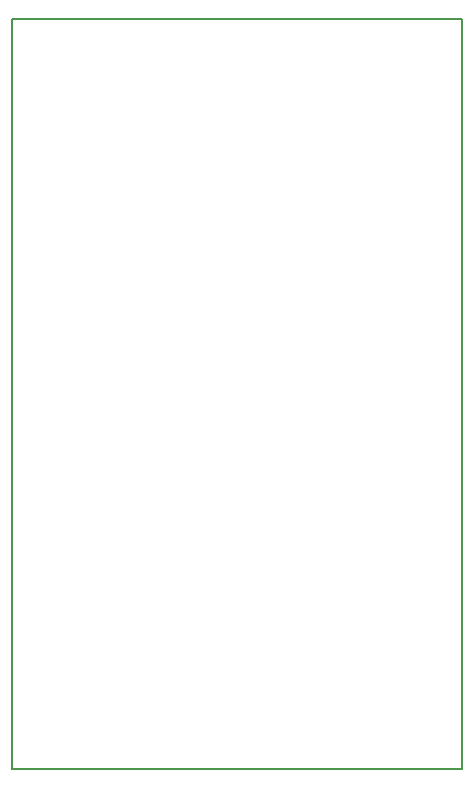
<source format=gbr>
G04 #@! TF.FileFunction,Profile,NP*
%FSLAX46Y46*%
G04 Gerber Fmt 4.6, Leading zero omitted, Abs format (unit mm)*
G04 Created by KiCad (PCBNEW 4.0.0-2.201512072331+6194~38~ubuntu14.04.1-stable) date Mon 28 Dec 2015 11:05:04 AM CET*
%MOMM*%
G01*
G04 APERTURE LIST*
%ADD10C,0.100000*%
%ADD11C,0.150000*%
G04 APERTURE END LIST*
D10*
D11*
X76200000Y-139700000D02*
X76200000Y-76200000D01*
X114300000Y-139700000D02*
X76200000Y-139700000D01*
X114300000Y-76200000D02*
X114300000Y-139700000D01*
X76200000Y-76200000D02*
X114300000Y-76200000D01*
M02*

</source>
